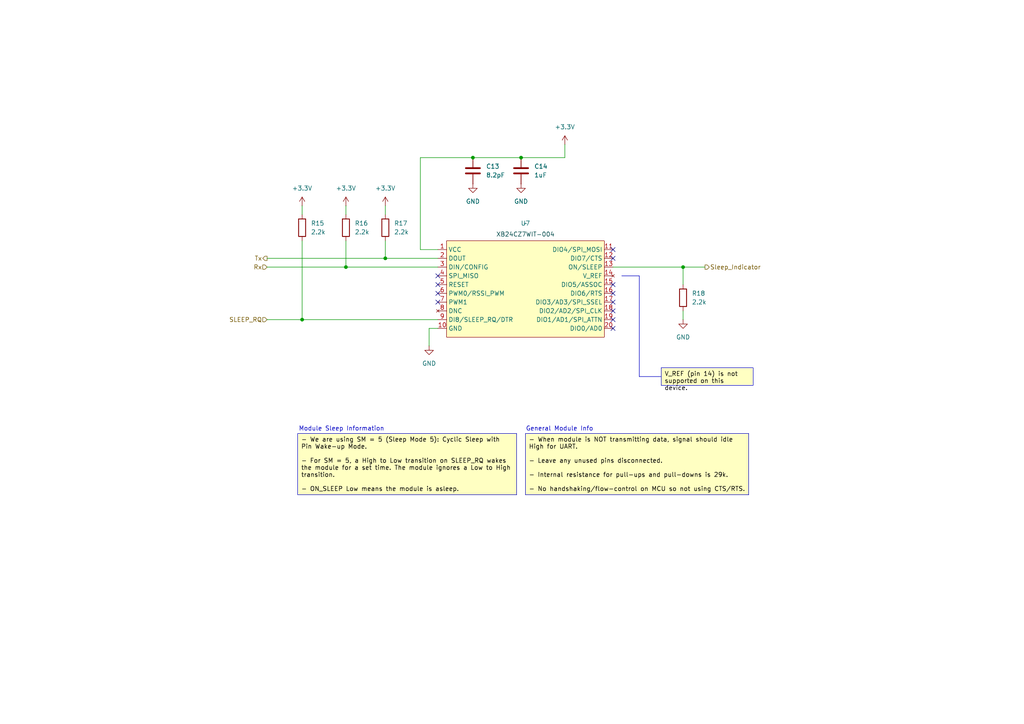
<source format=kicad_sch>
(kicad_sch (version 20231120) (generator "eeschema") (generator_version "8.0")
  (paper "A4")
  (title_block (title "Zigbee Module") (date "2024-12-04") (rev "1.0") (company "PACS"))
  (lib_symbols
    (symbol "Device:C" (pin_numbers hide) (pin_names (offset 0.254))
      (property "Reference" "C" (at 0.635 2.54 0))
      (property "Value" "C" (at 0.635 -2.54 0))
      (symbol "C_0_1"
        (polyline (pts (xy -2.032 -0.762) (xy 2.032 -0.762)) (stroke (width 0.508)))
        (polyline (pts (xy -2.032 0.762) (xy 2.032 0.762)) (stroke (width 0.508)))
      )
      (symbol "C_1_1"
        (pin passive line (at 0 3.81 270) (length 2.794) (name "~") (number "1"))
        (pin passive line (at 0 -3.81 90) (length 2.794) (name "~") (number "2"))
      )
    )
    (symbol "Device:R" (pin_numbers hide) (pin_names (offset 0))
      (property "Reference" "R" (at 2.032 0 90))
      (property "Value" "R" (at 0 0 90))
      (symbol "R_0_1"
        (rectangle (start -1.016 -2.54) (end 1.016 2.54) (stroke (width 0.254)))
      )
      (symbol "R_1_1"
        (pin passive line (at 0 3.81 270) (length 1.27) (name "~") (number "1"))
        (pin passive line (at 0 -3.81 90) (length 1.27) (name "~") (number "2"))
      )
    )
    (symbol "XB24CZ7WIT-004:XB24CZ7WIT-004"
      (property "Reference" "U" (at 0 17.78 0))
      (symbol "XB24CZ7WIT-004_1_1"
        (rectangle (start -22.86 12.7) (end 22.86 -15.24) (fill (type background)))
        (text "XB24CZ7WIT-004" (at 0 14.605 0) (effects (font (size 1.27 1.27))))
        (pin power_in line (at -25.4 10.16 0) (length 2.54) (name "VCC") (number "1"))
        (pin passive line (at -25.4 -12.7 0) (length 2.54) (name "GND") (number "10"))
        (pin bidirectional line (at 25.4 10.16 180) (length 2.54) (name "DIO4/SPI_MOSI") (number "11"))
        (pin bidirectional line (at 25.4 7.62 180) (length 2.54) (name "DIO7/CTS") (number "12"))
        (pin output line (at 25.4 5.08 180) (length 2.54) (name "ON/SLEEP") (number "13"))
        (pin no_connect line (at 25.4 2.54 180) (length 2.54) (name "V_REF") (number "14"))
        (pin bidirectional line (at 25.4 0 180) (length 2.54) (name "DIO5/ASSOC") (number "15"))
        (pin bidirectional line (at 25.4 -2.54 180) (length 2.54) (name "DIO6/RTS") (number "16"))
        (pin bidirectional line (at 25.4 -5.08 180) (length 2.54) (name "DIO3/AD3/SPI_SSEL") (number "17"))
        (pin bidirectional line (at 25.4 -7.62 180) (length 2.54) (name "DIO2/AD2/SPI_CLK") (number "18"))
        (pin bidirectional line (at 25.4 -10.16 180) (length 2.54) (name "DIO1/AD1/SPI_ATTN") (number "19"))
        (pin output line (at -25.4 7.62 0) (length 2.54) (name "DOUT") (number "2"))
        (pin bidirectional line (at 25.4 -12.7 180) (length 2.54) (name "DIO0/AD0") (number "20"))
        (pin input line (at -25.4 5.08 0) (length 2.54) (name "DIN/CONFIG") (number "3"))
        (pin output line (at -25.4 2.54 0) (length 2.54) (name "SPI_MISO") (number "4"))
        (pin input line (at -25.4 0 0) (length 2.54) (name "RESET") (number "5"))
        (pin output line (at -25.4 -2.54 0) (length 2.54) (name "PWM0/RSSI_PWM") (number "6"))
        (pin output line (at -25.4 -5.08 0) (length 2.54) (name "PWM1") (number "7"))
        (pin no_connect line (at -25.4 -7.62 0) (length 2.54) (name "DNC") (number "8"))
        (pin input line (at -25.4 -10.16 0) (length 2.54) (name "DI8/SLEEP_RQ/DTR") (number "9"))
      )
    )
    (symbol "power:+3.3V" (power) (pin_numbers hide) (pin_names (offset 0) hide)
      (property "Value" "+3.3V" (at 0 3.556 0))
      (symbol "+3.3V_0_1"
        (polyline (pts (xy -0.762 1.27) (xy 0 2.54)))
        (polyline (pts (xy 0 0) (xy 0 2.54)))
        (polyline (pts (xy 0 2.54) (xy 0.762 1.27)))
      )
      (symbol "+3.3V_1_1"
        (pin power_in line (at 0 0 90) (length 0) (name "~") (number "1"))
      )
    )
    (symbol "power:GND" (power) (pin_numbers hide) (pin_names (offset 0) hide)
      (property "Value" "GND" (at 0 -3.81 0))
      (symbol "GND_0_1"
        (polyline (pts (xy 0 0) (xy 0 -1.27) (xy 1.27 -1.27) (xy 0 -2.54) (xy -1.27 -1.27) (xy 0 -1.27)))
      )
      (symbol "GND_1_1"
        (pin power_in line (at 0 0 270) (length 0) (name "~") (number "1"))
      )
    )
  )
  (junction (at 100.33 77.47))
  (junction (at 111.76 74.93))
  (junction (at 198.12 77.47))
  (junction (at 151.13 45.72))
  (junction (at 137.16 45.72))
  (junction (at 87.63 92.71))
  (no_connect (at 177.8 72.39))
  (no_connect (at 127 85.09))
  (no_connect (at 177.8 85.09))
  (no_connect (at 177.8 74.93))
  (no_connect (at 127 80.01))
  (no_connect (at 177.8 90.17))
  (no_connect (at 127 82.55))
  (no_connect (at 177.8 95.25))
  (no_connect (at 127 87.63))
  (no_connect (at 177.8 87.63))
  (no_connect (at 177.8 82.55))
  (no_connect (at 177.8 92.71))
  (polyline (pts (xy 185.42 109.22) (xy 185.42 80.01)))
  (wire (pts (xy 87.63 59.69) (xy 87.63 62.23)))
  (wire (pts (xy 198.12 77.47) (xy 198.12 82.55)))
  (wire (pts (xy 163.83 45.72) (xy 151.13 45.72)))
  (wire (pts (xy 121.92 45.72) (xy 121.92 72.39)))
  (wire (pts (xy 77.47 74.93) (xy 111.76 74.93)))
  (polyline (pts (xy 180.34 80.01) (xy 185.42 80.01)))
  (wire (pts (xy 100.33 59.69) (xy 100.33 62.23)))
  (wire (pts (xy 163.83 41.91) (xy 163.83 45.72)))
  (wire (pts (xy 127 77.47) (xy 100.33 77.47)))
  (wire (pts (xy 127 95.25) (xy 124.46 95.25)))
  (wire (pts (xy 124.46 95.25) (xy 124.46 100.33)))
  (wire (pts (xy 177.8 77.47) (xy 198.12 77.47)))
  (wire (pts (xy 137.16 45.72) (xy 151.13 45.72)))
  (wire (pts (xy 198.12 77.47) (xy 204.47 77.47)))
  (wire (pts (xy 111.76 74.93) (xy 111.76 69.85)))
  (wire (pts (xy 77.47 92.71) (xy 87.63 92.71)))
  (wire (pts (xy 198.12 90.17) (xy 198.12 92.71)))
  (wire (pts (xy 127 74.93) (xy 111.76 74.93)))
  (wire (pts (xy 100.33 77.47) (xy 100.33 69.85)))
  (wire (pts (xy 111.76 59.69) (xy 111.76 62.23)))
  (wire (pts (xy 121.92 45.72) (xy 137.16 45.72)))
  (wire (pts (xy 87.63 69.85) (xy 87.63 92.71)))
  (wire (pts (xy 127 72.39) (xy 121.92 72.39)))
  (wire (pts (xy 87.63 92.71) (xy 127 92.71)))
  (polyline (pts (xy 191.77 109.22) (xy 185.42 109.22)))
  (wire (pts (xy 77.47 77.47) (xy 100.33 77.47)))
  (text_box "V_REF (pin 14) is not supported on this device." (at 191.77 106.68 0) (size 26.67 5.08) (fill (type color) (color 255 255 194 1)) (effects (font (size 1.27 1.27)) (justify left top)))
  (text_box "- We are using SM = 5 (Sleep Mode 5): Cyclic Sleep with Pin Wake-up Mode.\n\n- For SM = 5, a High to Low transition on SLEEP_RQ wakes the module for a set time. The module ignores a Low to High transition.\n\n- ON_SLEEP Low means the module is asleep." (at 86.36 125.73 0) (size 63.5 17.78) (fill (type color) (color 255 255 194 1)) (effects (font (size 1.27 1.27)) (justify left top)))
  (text_box "- When module is NOT transmitting data, signal should idle High for UART.\n\n- Leave any unused pins disconnected.\n\n- Internal resistance for pull-ups and pull-downs is 29k.\n\n- No handshaking/flow-control on MCU so not using CTS/RTS." (at 152.4 125.73 0) (size 64.77 17.78) (fill (type color) (color 255 255 194 1)) (effects (font (size 1.27 1.27)) (justify left top)))
  (text "Module Sleep Information" (at 99.06 124.46 0) (effects (font (size 1.27 1.27))))
  (text "General Module Info" (at 162.306 124.46 0) (effects (font (size 1.27 1.27))))
  (hierarchical_label "Rx" (shape input) (at 77.47 77.47 180))
  (hierarchical_label "Sleep_Indicator" (shape output) (at 204.47 77.47 0))
  (hierarchical_label "Tx" (shape output) (at 77.47 74.93 180))
  (hierarchical_label "SLEEP_RQ" (shape input) (at 77.47 92.71 180))
  (symbol (lib_id "power:+3.3V") (at 163.83 41.91 0) (unit 1)
    (property "Reference" "#PWR036" (effects (hide yes)))
    (property "Value" "+3.3V" (at 163.83 36.83 0))
    (property "Description" "Power symbol creates a global label with name \"+3.3V\"" (effects (hide yes)))
  )
  (symbol (lib_id "power:+3.3V") (at 100.33 59.69 0) (unit 1)
    (property "Reference" "#PWR031" (effects (hide yes)))
    (property "Value" "+3.3V" (at 100.33 54.61 0))
    (property "Description" "Power symbol creates a global label with name \"+3.3V\"" (effects (hide yes)))
  )
  (symbol (lib_id "power:+3.3V") (at 87.63 59.69 0) (unit 1)
    (property "Reference" "#PWR030" (effects (hide yes)))
    (property "Value" "+3.3V" (at 87.63 54.61 0))
    (property "Description" "Power symbol creates a global label with name \"+3.3V\"" (effects (hide yes)))
  )
  (symbol (lib_id "Device:C") (at 137.16 49.53 0) (unit 1)
    (property "Reference" "C13" (at 140.97 48.2599 0) (effects (justify left)))
    (property "Value" "8.2pF" (at 140.97 50.7999 0) (effects (justify left)))
    (property "Description" "Unpolarized capacitor" (effects (hide yes)))
  )
  (symbol (lib_id "XB24CZ7WIT-004:XB24CZ7WIT-004") (at 152.4 82.55 0) (unit 1)
    (property "Reference" "U7" (at 152.4 64.77 0))
    (property "Value" "~" (at 152.4 64.77 0))
  )
  (symbol (lib_id "power:GND") (at 198.12 92.71 0) (unit 1)
    (property "Reference" "#PWR037" (effects (hide yes)))
    (property "Value" "GND" (at 198.12 97.79 0))
    (property "Description" "Power symbol creates a global label with name \"GND\" , ground" (effects (hide yes)))
  )
  (symbol (lib_id "power:GND") (at 151.13 53.34 0) (unit 1)
    (property "Reference" "#PWR035" (effects (hide yes)))
    (property "Value" "GND" (at 151.13 58.42 0))
    (property "Description" "Power symbol creates a global label with name \"GND\" , ground" (effects (hide yes)))
  )
  (symbol (lib_id "Device:R") (at 100.33 66.04 0) (unit 1)
    (property "Reference" "R16" (at 102.87 64.7699 0) (effects (justify left)))
    (property "Value" "2.2k" (at 102.87 67.3099 0) (effects (justify left)))
    (property "Description" "Resistor" (effects (hide yes)))
  )
  (symbol (lib_id "Device:C") (at 151.13 49.53 0) (unit 1)
    (property "Reference" "C14" (at 154.94 48.2599 0) (effects (justify left)))
    (property "Value" "1uF" (at 154.94 50.7999 0) (effects (justify left)))
    (property "Description" "Unpolarized capacitor" (effects (hide yes)))
  )
  (symbol (lib_id "power:GND") (at 124.46 100.33 0) (unit 1)
    (property "Reference" "#PWR033" (effects (hide yes)))
    (property "Value" "GND" (at 124.46 105.41 0))
    (property "Description" "Power symbol creates a global label with name \"GND\" , ground" (effects (hide yes)))
  )
  (symbol (lib_id "Device:R") (at 111.76 66.04 0) (unit 1)
    (property "Reference" "R17" (at 114.3 64.7699 0) (effects (justify left)))
    (property "Value" "2.2k" (at 114.3 67.3099 0) (effects (justify left)))
    (property "Description" "Resistor" (effects (hide yes)))
  )
  (symbol (lib_id "Device:R") (at 87.63 66.04 0) (unit 1)
    (property "Reference" "R15" (at 90.17 64.7699 0) (effects (justify left)))
    (property "Value" "2.2k" (at 90.17 67.3099 0) (effects (justify left)))
    (property "Description" "Resistor" (effects (hide yes)))
  )
  (symbol (lib_id "Device:R") (at 198.12 86.36 0) (unit 1)
    (property "Reference" "R18" (at 200.66 85.0899 0) (effects (justify left)))
    (property "Value" "2.2k" (at 200.66 87.6299 0) (effects (justify left)))
    (property "Description" "Resistor" (effects (hide yes)))
  )
  (symbol (lib_id "power:+3.3V") (at 111.76 59.69 0) (unit 1)
    (property "Reference" "#PWR032" (effects (hide yes)))
    (property "Value" "+3.3V" (at 111.76 54.61 0))
    (property "Description" "Power symbol creates a global label with name \"+3.3V\"" (effects (hide yes)))
  )
  (symbol (lib_id "power:GND") (at 137.16 53.34 0) (unit 1)
    (property "Reference" "#PWR034" (effects (hide yes)))
    (property "Value" "GND" (at 137.16 58.42 0))
    (property "Description" "Power symbol creates a global label with name \"GND\" , ground" (effects (hide yes)))
  )
)
</source>
